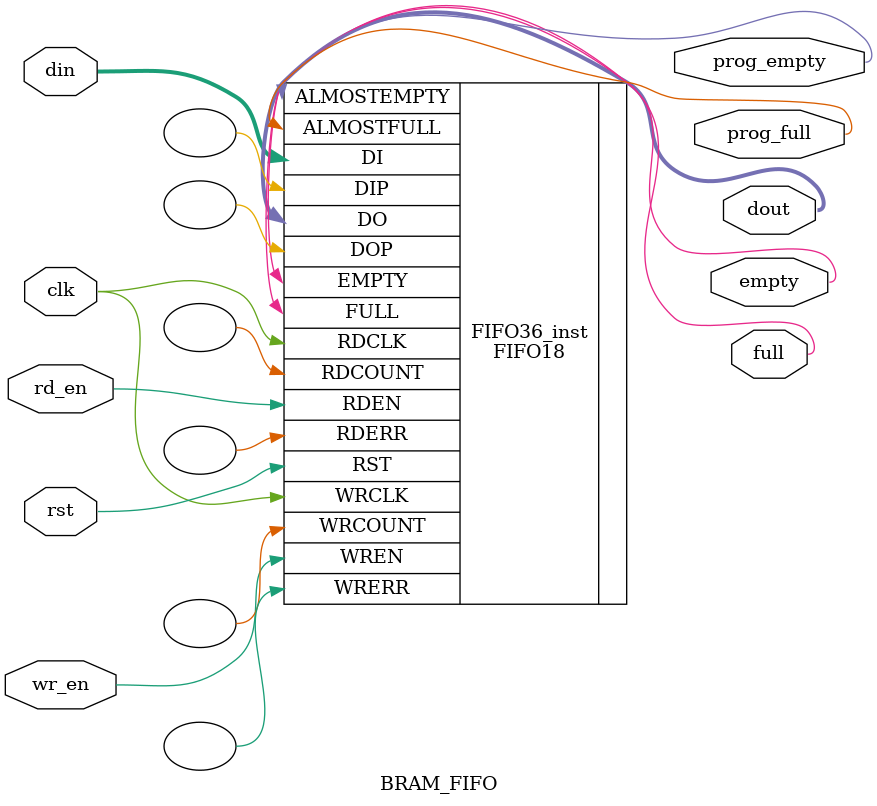
<source format=v>

/* ---------------------------------------------------------------------------
 * Project       : Groundhog : A Serial ATA Host Bus Adapter (HBA) for FPGAs
 * Version       : v0.2
 * Author        : Louis Woods <louis.woods@inf.ethz.ch>
 * Module        : BRAM_FIFO
 * Created       : October 14 2013
 * Last Update   : November 20 2013
 * ---------------------------------------------------------------------------
 * Description   : 16-bit wide & 1024-word deep BRAM-based FIFO
 *                 There are some SSD controllers that require bigger FIFOs
 *                 than we had specified in the previous version. To avoid
 *                 timing issues we switchted to a BRAM-based FIFO. The BRAM
 *                 block is instantiated in this wrapper file.
 * ---------------------------------------------------------------------------
 * Changelog     : none
 * ------------------------------------------------------------------------- */

module BRAM_FIFO
  #(
    parameter ALMOST_EMPTY_OFFSET = 12'h080,
    parameter ALMOST_FULL_OFFSET  = 12'h080
    )
   (
    input         clk,
    input         rst,
    input [15:0]  din,
    input         wr_en,
    input         rd_en,
    output [15:0] dout,
    output        full,
    output        empty,
    output        prog_empty,
    output        prog_full
    );

   // FIFO18E1: 18Kb FIFO (First-In-First-Out) Block RAM Memory
   //           7 Series
   // Xilinx HDL Libraries Guide, version 13.2
   FIFO18 
     #(
       .SIM_MODE("FAST"),                                                                      // Simulation: "SAFE" vs. "FAST", see "Synthesis and Simulation Design Guide" for details
       .ALMOST_FULL_OFFSET(ALMOST_FULL_OFFSET),                                                // Sets almost full threshold
       .ALMOST_EMPTY_OFFSET((ALMOST_EMPTY_OFFSET > 12'h006) ? ALMOST_EMPTY_OFFSET : 12'h006),  // Sets the almost empty threshold
       .DATA_WIDTH(18),                                                                        // Sets data width to 4, 9, or 18
       .DO_REG(1),                                                                             // Enable output register (0 or 1) -> must be 1 if EN_SYN = "FALSE"
       .EN_SYN("FALSE"),                                                                       // Specifies FIFO as Asynchronous ("FALSE") or Synchronous ("TRUE")
       .FIRST_WORD_FALL_THROUGH("TRUE")                                                        // Sets the FIFO FWFT to "TRUE" or "FALSE"
       ) 
   FIFO36_inst 
     (
      .ALMOSTEMPTY(prog_empty), // 1-bit almost empty output flag
      .ALMOSTFULL(prog_full),            // 1-bit almost full output flag
      .DO(dout),                         // 16-bit data output
      .DOP(),                            // 2-bit parity data output
      .EMPTY(empty),                     // 1-bit empty output flag
      .FULL(full),                       // 1-bit full output flag
      .RDCOUNT(),                        // 12-bit read count output
      .RDERR(),                          // 1-bit read error output
      .WRCOUNT(),                        // 12-bit write count output
      .WRERR(),                          // 1-bit write error
      .DI(din),                          // 16-bit data input
      .DIP(),                            // 2-bit parity input
      .RDCLK(clk),                       // 1-bit read clock input
      .RDEN(rd_en),                      // 1-bit read enable input
      .RST(rst),                         // 1-bit reset input
      .WRCLK(clk),                       // 1-bit write clock input
      .WREN(wr_en)                       // 1-bit write enable input
      );

endmodule
</source>
